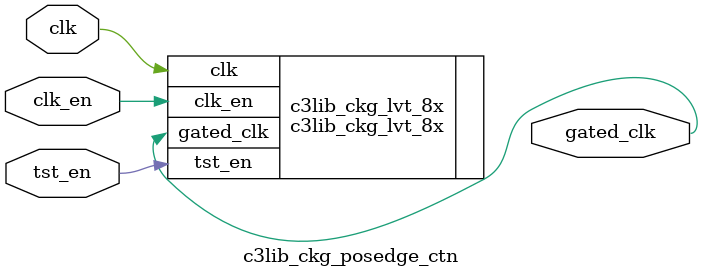
<source format=sv>

module c3lib_ckg_posedge_ctn(

  input  logic	tst_en,
  input  logic	clk_en,
  input  logic	clk,
  output logic	gated_clk

); 

c3lib_ckg_lvt_8x c3lib_ckg_lvt_8x(

  .tst_en	( tst_en    ),
  .clk_en	( clk_en    ),
  .clk		( clk       ),
  .gated_clk	( gated_clk )

); 

endmodule 


</source>
